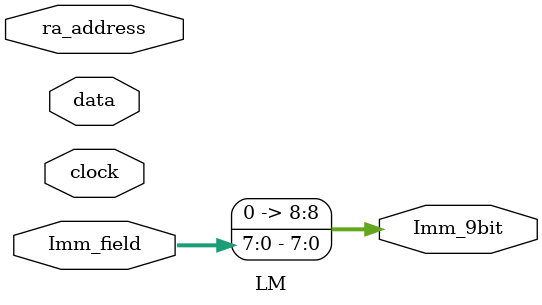
<source format=v>
module LM(Imm_field,ra_address,Imm_9bit,clock,data);
input [7:0] Imm_field;
output [8:0] Imm_9bit;
input [2:0] ra_address;
input clock;
input [15:0] data;
reg [2:0] reg_number [7:0];
assign Imm_9bit={1'b0,Imm_field};

reg [15:0] regfile [7:0];
integer i;
always @(posedge clock)
begin
for(i=0;i<8;i=i+1)
begin
if(Imm_9bit[i]==1'b1)
begin
reg_number[i]<=i;
regfile[i]<=data;
end
else
begin
reg_number[i]<=1'b0;
regfile[i]<=regfile[i];
end
end

end

endmodule

</source>
